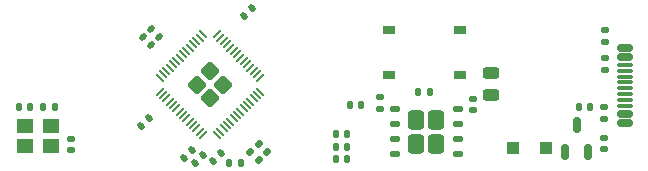
<source format=gbr>
%TF.GenerationSoftware,KiCad,Pcbnew,8.0.4*%
%TF.CreationDate,2025-01-26T22:49:23-05:00*%
%TF.ProjectId,catkeeb_devboard,6361746b-6565-4625-9f64-6576626f6172,rev?*%
%TF.SameCoordinates,Original*%
%TF.FileFunction,Paste,Top*%
%TF.FilePolarity,Positive*%
%FSLAX46Y46*%
G04 Gerber Fmt 4.6, Leading zero omitted, Abs format (unit mm)*
G04 Created by KiCad (PCBNEW 8.0.4) date 2025-01-26 22:49:23*
%MOMM*%
%LPD*%
G01*
G04 APERTURE LIST*
G04 Aperture macros list*
%AMRoundRect*
0 Rectangle with rounded corners*
0 $1 Rounding radius*
0 $2 $3 $4 $5 $6 $7 $8 $9 X,Y pos of 4 corners*
0 Add a 4 corners polygon primitive as box body*
4,1,4,$2,$3,$4,$5,$6,$7,$8,$9,$2,$3,0*
0 Add four circle primitives for the rounded corners*
1,1,$1+$1,$2,$3*
1,1,$1+$1,$4,$5*
1,1,$1+$1,$6,$7*
1,1,$1+$1,$8,$9*
0 Add four rect primitives between the rounded corners*
20,1,$1+$1,$2,$3,$4,$5,0*
20,1,$1+$1,$4,$5,$6,$7,0*
20,1,$1+$1,$6,$7,$8,$9,0*
20,1,$1+$1,$8,$9,$2,$3,0*%
G04 Aperture macros list end*
%ADD10RoundRect,0.250000X-0.300000X-0.300000X0.300000X-0.300000X0.300000X0.300000X-0.300000X0.300000X0*%
%ADD11RoundRect,0.140000X-0.140000X-0.170000X0.140000X-0.170000X0.140000X0.170000X-0.140000X0.170000X0*%
%ADD12RoundRect,0.135000X-0.185000X0.135000X-0.185000X-0.135000X0.185000X-0.135000X0.185000X0.135000X0*%
%ADD13R,1.000000X0.750000*%
%ADD14RoundRect,0.140000X-0.021213X0.219203X-0.219203X0.021213X0.021213X-0.219203X0.219203X-0.021213X0*%
%ADD15RoundRect,0.135000X0.185000X-0.135000X0.185000X0.135000X-0.185000X0.135000X-0.185000X-0.135000X0*%
%ADD16RoundRect,0.249999X0.000000X0.558616X-0.558616X0.000000X0.000000X-0.558616X0.558616X0.000000X0*%
%ADD17RoundRect,0.050000X0.238649X0.309359X-0.309359X-0.238649X-0.238649X-0.309359X0.309359X0.238649X0*%
%ADD18RoundRect,0.050000X-0.238649X0.309359X-0.309359X0.238649X0.238649X-0.309359X0.309359X-0.238649X0*%
%ADD19RoundRect,0.140000X0.219203X0.021213X0.021213X0.219203X-0.219203X-0.021213X-0.021213X-0.219203X0*%
%ADD20RoundRect,0.135000X-0.135000X-0.185000X0.135000X-0.185000X0.135000X0.185000X-0.135000X0.185000X0*%
%ADD21RoundRect,0.140000X-0.170000X0.140000X-0.170000X-0.140000X0.170000X-0.140000X0.170000X0.140000X0*%
%ADD22RoundRect,0.140000X0.170000X-0.140000X0.170000X0.140000X-0.170000X0.140000X-0.170000X-0.140000X0*%
%ADD23RoundRect,0.150000X0.500000X-0.150000X0.500000X0.150000X-0.500000X0.150000X-0.500000X-0.150000X0*%
%ADD24RoundRect,0.075000X0.575000X-0.075000X0.575000X0.075000X-0.575000X0.075000X-0.575000X-0.075000X0*%
%ADD25RoundRect,0.135000X-0.226274X-0.035355X-0.035355X-0.226274X0.226274X0.035355X0.035355X0.226274X0*%
%ADD26RoundRect,0.135000X0.135000X0.185000X-0.135000X0.185000X-0.135000X-0.185000X0.135000X-0.185000X0*%
%ADD27RoundRect,0.250000X-0.435000X-0.555000X0.435000X-0.555000X0.435000X0.555000X-0.435000X0.555000X0*%
%ADD28RoundRect,0.125000X-0.262500X-0.125000X0.262500X-0.125000X0.262500X0.125000X-0.262500X0.125000X0*%
%ADD29RoundRect,0.243750X-0.456250X0.243750X-0.456250X-0.243750X0.456250X-0.243750X0.456250X0.243750X0*%
%ADD30R,1.400000X1.200000*%
%ADD31RoundRect,0.150000X0.150000X-0.512500X0.150000X0.512500X-0.150000X0.512500X-0.150000X-0.512500X0*%
%ADD32RoundRect,0.140000X0.021213X-0.219203X0.219203X-0.021213X-0.021213X0.219203X-0.219203X0.021213X0*%
%ADD33RoundRect,0.140000X0.140000X0.170000X-0.140000X0.170000X-0.140000X-0.170000X0.140000X-0.170000X0*%
G04 APERTURE END LIST*
D10*
%TO.C,D7*%
X83000000Y-60450000D03*
X85800000Y-60450000D03*
%TD*%
D11*
%TO.C,C10*%
X67950000Y-59300000D03*
X68910000Y-59300000D03*
%TD*%
D12*
%TO.C,R7*%
X90690000Y-56980000D03*
X90690000Y-58000000D03*
%TD*%
D13*
%TO.C,SW1*%
X78520000Y-54230000D03*
X72520000Y-54230000D03*
X78520000Y-50480000D03*
X72520000Y-50480000D03*
%TD*%
D14*
%TO.C,C4*%
X52129411Y-57930589D03*
X51450589Y-58609411D03*
%TD*%
D15*
%TO.C,R6*%
X90770000Y-51490000D03*
X90770000Y-50470000D03*
%TD*%
D11*
%TO.C,C2*%
X67960000Y-60320000D03*
X68920000Y-60320000D03*
%TD*%
D16*
%TO.C,U1*%
X58451371Y-55081371D03*
X57320000Y-53950000D03*
X57320000Y-56212742D03*
X56188629Y-55081371D03*
D17*
X61589157Y-54489169D03*
X61306314Y-54206326D03*
X61023472Y-53923484D03*
X60740629Y-53640641D03*
X60457786Y-53357798D03*
X60174944Y-53074956D03*
X59892101Y-52792113D03*
X59609258Y-52509270D03*
X59326415Y-52226427D03*
X59043573Y-51943585D03*
X58760730Y-51660742D03*
X58477887Y-51377899D03*
X58195045Y-51095057D03*
X57912202Y-50812214D03*
D18*
X56727798Y-50812214D03*
X56444955Y-51095057D03*
X56162113Y-51377899D03*
X55879270Y-51660742D03*
X55596427Y-51943585D03*
X55313585Y-52226427D03*
X55030742Y-52509270D03*
X54747899Y-52792113D03*
X54465056Y-53074956D03*
X54182214Y-53357798D03*
X53899371Y-53640641D03*
X53616528Y-53923484D03*
X53333686Y-54206326D03*
X53050843Y-54489169D03*
D17*
X53050843Y-55673573D03*
X53333686Y-55956416D03*
X53616528Y-56239258D03*
X53899371Y-56522101D03*
X54182214Y-56804944D03*
X54465056Y-57087786D03*
X54747899Y-57370629D03*
X55030742Y-57653472D03*
X55313585Y-57936315D03*
X55596427Y-58219157D03*
X55879270Y-58502000D03*
X56162113Y-58784843D03*
X56444955Y-59067685D03*
X56727798Y-59350528D03*
D18*
X57912202Y-59350528D03*
X58195045Y-59067685D03*
X58477887Y-58784843D03*
X58760730Y-58502000D03*
X59043573Y-58219157D03*
X59326415Y-57936315D03*
X59609258Y-57653472D03*
X59892101Y-57370629D03*
X60174944Y-57087786D03*
X60457786Y-56804944D03*
X60740629Y-56522101D03*
X61023472Y-56239258D03*
X61306314Y-55956416D03*
X61589157Y-55673573D03*
%TD*%
D19*
%TO.C,C5*%
X52999411Y-51009411D03*
X52320589Y-50330589D03*
%TD*%
D14*
%TO.C,C1*%
X58259411Y-60830589D03*
X57580589Y-61509411D03*
%TD*%
D12*
%TO.C,R3*%
X71740000Y-56100000D03*
X71740000Y-57120000D03*
%TD*%
D20*
%TO.C,R5*%
X43170000Y-56990000D03*
X44190000Y-56990000D03*
%TD*%
D21*
%TO.C,C15*%
X45520000Y-59690000D03*
X45520000Y-60650000D03*
%TD*%
D22*
%TO.C,C13*%
X90690000Y-60550000D03*
X90690000Y-59590000D03*
%TD*%
D23*
%TO.C,J1*%
X92450000Y-58350000D03*
X92450000Y-57550000D03*
D24*
X92450000Y-56400000D03*
X92450000Y-55400000D03*
X92450000Y-54900000D03*
X92450000Y-53900000D03*
D23*
X92450000Y-52750000D03*
X92450000Y-51950000D03*
X92450000Y-51950000D03*
X92450000Y-52750000D03*
D24*
X92450000Y-53400000D03*
X92450000Y-54400000D03*
X92450000Y-55900000D03*
X92450000Y-56900000D03*
D23*
X92450000Y-57550000D03*
X92450000Y-58350000D03*
%TD*%
D11*
%TO.C,C9*%
X58960000Y-61680000D03*
X59920000Y-61680000D03*
%TD*%
D25*
%TO.C,R1*%
X61439376Y-60079376D03*
X62160624Y-60800624D03*
%TD*%
D26*
%TO.C,R4*%
X75940000Y-55712500D03*
X74920000Y-55712500D03*
%TD*%
D19*
%TO.C,C11*%
X52319411Y-51689411D03*
X51640589Y-51010589D03*
%TD*%
D27*
%TO.C,U3*%
X74797500Y-58077500D03*
X74797500Y-60077500D03*
X76497500Y-58077500D03*
X76497500Y-60077500D03*
D28*
X72985000Y-57172500D03*
X72985000Y-58442500D03*
X72985000Y-59712500D03*
X72985000Y-60982500D03*
X78310000Y-60982500D03*
X78310000Y-59712500D03*
X78310000Y-58442500D03*
X78310000Y-57172500D03*
%TD*%
D14*
%TO.C,C8*%
X56749411Y-61010589D03*
X56070589Y-61689411D03*
%TD*%
D29*
%TO.C,D5*%
X81150000Y-54102500D03*
X81150000Y-55977500D03*
%TD*%
D25*
%TO.C,R2*%
X60739376Y-60769376D03*
X61460624Y-61490624D03*
%TD*%
D30*
%TO.C,Y1*%
X41620000Y-60250000D03*
X43820000Y-60250000D03*
X43820000Y-58550000D03*
X41620000Y-58550000D03*
%TD*%
D31*
%TO.C,U2*%
X87407500Y-60807500D03*
X89307500Y-60807500D03*
X88357500Y-58532500D03*
%TD*%
D22*
%TO.C,C14*%
X79550000Y-57250000D03*
X79550000Y-56290000D03*
%TD*%
D11*
%TO.C,C12*%
X88550000Y-57010000D03*
X89510000Y-57010000D03*
%TD*%
D15*
%TO.C,R8*%
X90740000Y-53820000D03*
X90740000Y-52800000D03*
%TD*%
D14*
%TO.C,C3*%
X55779411Y-60610589D03*
X55100589Y-61289411D03*
%TD*%
D32*
%TO.C,C6*%
X60200589Y-49309411D03*
X60879411Y-48630589D03*
%TD*%
D11*
%TO.C,C7*%
X69190000Y-56790000D03*
X70150000Y-56790000D03*
%TD*%
D33*
%TO.C,C17*%
X68910000Y-61350000D03*
X67950000Y-61350000D03*
%TD*%
%TO.C,C16*%
X42090000Y-56980000D03*
X41130000Y-56980000D03*
%TD*%
M02*

</source>
